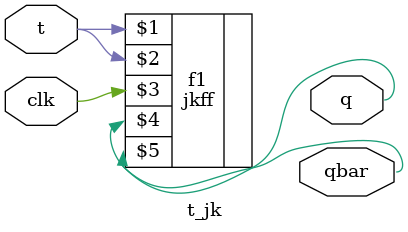
<source format=v>
`include "jkff.v"

module t_jk(t,clk,q,qbar);

input t,clk;
output q,qbar;

jkff f1(t,t,clk,q,qbar);

endmodule
</source>
